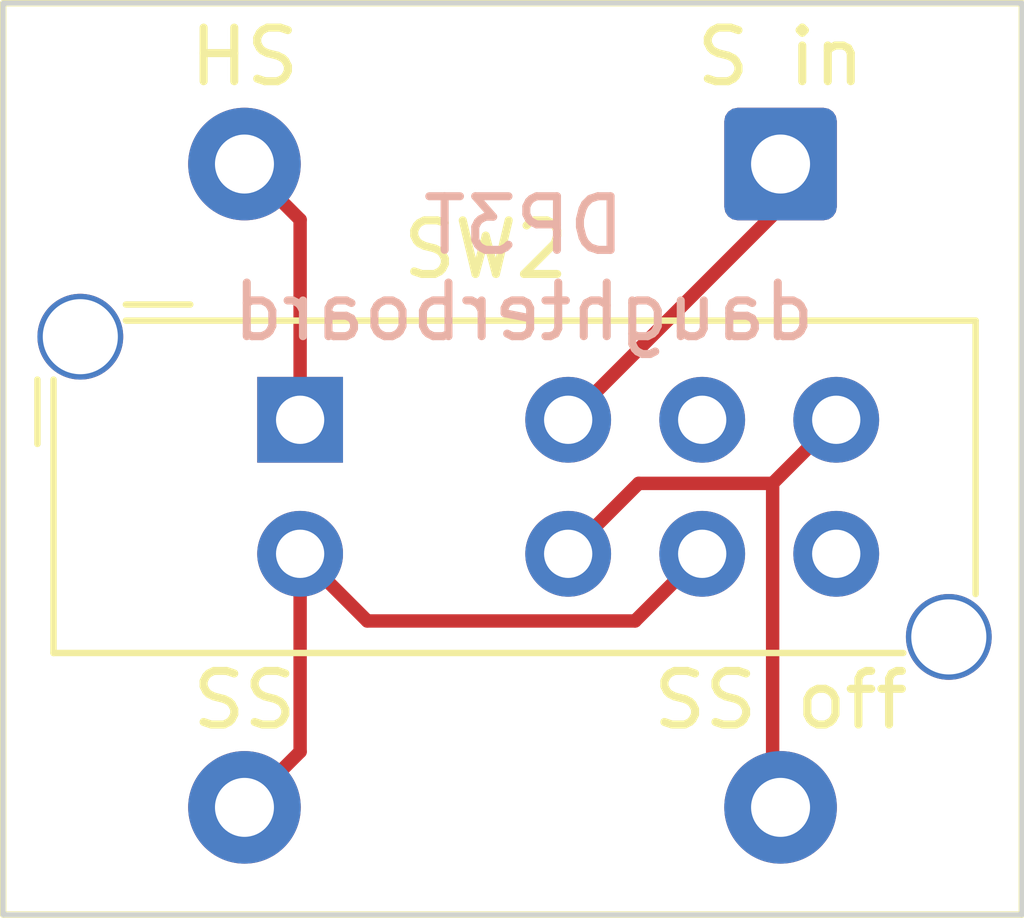
<source format=kicad_pcb>
(kicad_pcb (version 20211014) (generator pcbnew)
  (layers (0 "F.Cu" signal) (31 "B.Cu" signal) (34 "B.Paste" user) (35 "F.Paste" user) (36 "B.SilkS" user "B.Silkscreen") (37 "F.SilkS" user "F.Silkscreen") (38 "B.Mask" user) (39 "F.Mask" user) (44 "Edge.Cuts" user))
  (net 0 "")
  (net 1 "Board_0-/Octave and sync switches/HARD_SYNCA_P")
  (net 2 "Board_0-/Octave and sync switches/SOFT_SYNCA_P")
  (net 3 "Board_0-/Octave and sync switches/SOFT_SYNC_OFF_P")
  (net 4 "Board_0-/Octave and sync switches/SYNCA_P")
  (net 5 "Board_0-unconnected-(SW2-Pad3)")
  (net 6 "Board_0-unconnected-(SW2-Pad8)")
  (footprint "Connector_Wire:SolderWire-0.5sqmm_1x01_D0.9mm_OD2.1mm" (layer "F.Cu") (at 154.999999 94.499999)
    (fp_text reference "J13" hide)
    (fp_text value "Wire pads" hide)
    (pad "1" thru_hole roundrect locked (at 0 0) (size 2.1 2.1) (drill 1.1) (layers *.Cu *.Mask) (roundrect_rratio 0.119048) (net 4 "Board_0-/Octave and sync switches/SYNCA_P"))
  )
  (footprint "herovco:SolderWire-round_1x01_D0.9mm_OD2.1mm" (layer "F.Cu") (at 154.999999 106.499999)
    (fp_text reference "J14" hide)
    (fp_text value "Conn_01x01" hide)
    (pad "1" thru_hole circle (at 0 0) (size 2.1 2.1) (drill 1.1) (layers *.Cu *.Mask) (net 2 "Board_0-/Octave and sync switches/SOFT_SYNCA_P"))
  )
  (footprint "herovco:SW_CK_OS203012MU5QP1_DP3T" (layer "F.Cu") (at 146.038199 99.270399)
    (fp_text reference "SW2" (at 3.4618 -3.175 unlocked) (layer "F.SilkS"))
    (fp_text value "SW_DP3T")
    (fp_line (start -4.6 4.35) (end -4.6 -0.75) (layer "F.SilkS") (width 0.12))
    (fp_line (start -4.6 4.35) (end 11.25 4.35) (layer "F.SilkS") (width 0.12))
    (fp_line (start -3.25 -1.85) (end 12.6 -1.85) (layer "F.SilkS") (width 0.12))
    (fp_line (start -4.9 0.45) (end -4.9 -0.75) (layer "F.SilkS") (width 0.12))
    (fp_line (start -3.25 -2.15) (end -2.05 -2.15) (layer "F.SilkS") (width 0.12))
    (fp_line (start 12.6 -1.85) (end 12.6 3.25) (layer "F.SilkS") (width 0.12))
    (pad "" np_thru_hole circle (at 12.1 4.05) (size 1.6 1.6) (drill 1.4) (layers F&B.Cu *.Mask))
    (pad "" np_thru_hole circle (at -4.1 -1.55) (size 1.6 1.6) (drill 1.4) (layers F&B.Cu *.Mask))
    (pad "1" thru_hole rect (at 0 0) (size 1.6 1.6) (drill 0.9) (layers *.Cu *.Mask) (net 1 "Board_0-/Octave and sync switches/HARD_SYNCA_P"))
    (pad "2" thru_hole circle (at 5 0) (size 1.6 1.6) (drill 0.9) (layers *.Cu *.Mask) (net 4 "Board_0-/Octave and sync switches/SYNCA_P"))
    (pad "3" thru_hole circle (at 7.5 0) (size 1.6 1.6) (drill 0.9) (layers *.Cu *.Mask) (net 5 "Board_0-unconnected-(SW2-Pad3)"))
    (pad "4" thru_hole circle (at 10 0) (size 1.6 1.6) (drill 0.9) (layers *.Cu *.Mask) (net 2 "Board_0-/Octave and sync switches/SOFT_SYNCA_P"))
    (pad "5" thru_hole circle (at 0 2.5) (size 1.6 1.6) (drill 0.9) (layers *.Cu *.Mask) (net 3 "Board_0-/Octave and sync switches/SOFT_SYNC_OFF_P"))
    (pad "6" thru_hole circle (at 5 2.5) (size 1.6 1.6) (drill 0.9) (layers *.Cu *.Mask) (net 2 "Board_0-/Octave and sync switches/SOFT_SYNCA_P"))
    (pad "7" thru_hole circle (at 7.5 2.5) (size 1.6 1.6) (drill 0.9) (layers *.Cu *.Mask) (net 3 "Board_0-/Octave and sync switches/SOFT_SYNC_OFF_P"))
    (pad "8" thru_hole circle (at 10 2.5) (size 1.6 1.6) (drill 0.9) (layers *.Cu *.Mask) (net 6 "Board_0-unconnected-(SW2-Pad8)"))
  )
  (footprint "herovco:SolderWire-round_1x01_D0.9mm_OD2.1mm" (layer "F.Cu") (at 144.999999 94.499999)
    (fp_text reference "J16" hide)
    (fp_text value "Conn_01x01" hide)
    (pad "1" thru_hole circle (at 0 0) (size 2.1 2.1) (drill 1.1) (layers *.Cu *.Mask) (net 1 "Board_0-/Octave and sync switches/HARD_SYNCA_P"))
  )
  (footprint "herovco:SolderWire-round_1x01_D0.9mm_OD2.1mm" (layer "F.Cu") (at 144.999999 106.499999)
    (fp_text reference "J15" hide)
    (fp_text value "Conn_01x01" hide)
    (pad "1" thru_hole circle (at 0 0) (size 2.1 2.1) (drill 1.1) (layers *.Cu *.Mask) (net 3 "Board_0-/Octave and sync switches/SOFT_SYNC_OFF_P"))
  )
  (gr_line (start 159.499999 108.499999) (end 140.499999 108.499999) (layer "F.SilkS") (width 0.12))
  (gr_line (start 140.499999 108.499999) (end 140.499999 91.499999) (layer "F.SilkS") (width 0.12))
  (gr_line (start 159.499999 91.499999) (end 159.499999 108.499999) (layer "F.SilkS") (width 0.12))
  (gr_line (start 159.499999 91.499999) (end 140.499999 91.499999) (layer "F.SilkS") (width 0.12))
  (gr_line (start 140.5 108.501) (end 140.499365 91.499226) (layer "Edge.Cuts") (width 0.1))
  (gr_line (start 159.500634 108.500773) (end 140.5 108.501) (layer "Edge.Cuts") (width 0.1))
  (gr_line (start 159.500773 91.499365) (end 159.500634 108.500773) (layer "Edge.Cuts") (width 0.1))
  (gr_line (start 140.499365 91.499226) (end 159.500773 91.499365) (layer "Edge.Cuts") (width 0.1))
  (gr_text "DP3T\ndaughterboard" (at 150.209999 96.450999) (layer "B.SilkS") (effects (font (size 1 1)) (justify mirror)))
  (gr_text "SS" (at 144.999999 104.499999) (layer "F.SilkS") (effects (font (size 1 1))))
  (gr_text "HS" (at 144.999999 92.499999) (layer "F.SilkS") (effects (font (size 1 1))))
  (gr_text "SS off" (at 154.999999 104.499999) (layer "F.SilkS") (effects (font (size 1 1))))
  (gr_text "S in" (at 154.999999 92.499999) (layer "F.SilkS") (effects (font (size 1 1))))
  (segment (start 144.999999 94.499999) (end 146.038199 95.538199) (width 0.25) (layer "F.Cu") (net 1))
  (segment (start 146.038199 95.538199) (end 146.038199 99.270399) (width 0.25) (layer "F.Cu") (net 1))
  (segment (start 154.851999 106.351999) (end 154.999999 106.499999) (width 0.25) (layer "F.Cu") (net 2))
  (segment (start 154.851999 100.456599) (end 156.038199 99.270399) (width 0.25) (layer "F.Cu") (net 2))
  (segment (start 152.351999 100.456599) (end 154.851999 100.456599) (width 0.25) (layer "F.Cu") (net 2))
  (segment (start 154.851999 100.456599) (end 154.851999 106.351999) (width 0.25) (layer "F.Cu") (net 2))
  (segment (start 151.038199 101.770399) (end 152.351999 100.456599) (width 0.25) (layer "F.Cu") (net 2))
  (segment (start 144.999999 106.499999) (end 146.038199 105.461799) (width 0.25) (layer "F.Cu") (net 3))
  (segment (start 152.285599 103.022999) (end 153.538199 101.770399) (width 0.25) (layer "F.Cu") (net 3))
  (segment (start 147.290799 103.022999) (end 152.285599 103.022999) (width 0.25) (layer "F.Cu") (net 3))
  (segment (start 146.038199 101.770399) (end 147.290799 103.022999) (width 0.25) (layer "F.Cu") (net 3))
  (segment (start 146.038199 105.461799) (end 146.038199 101.770399) (width 0.25) (layer "F.Cu") (net 3))
  (segment (start 154.999999 95.308599) (end 151.038199 99.270399) (width 0.25) (layer "F.Cu") (net 4))
  (segment (start 154.999999 94.499999) (end 154.999999 95.308599) (width 0.25) (layer "F.Cu") (net 4))
)
</source>
